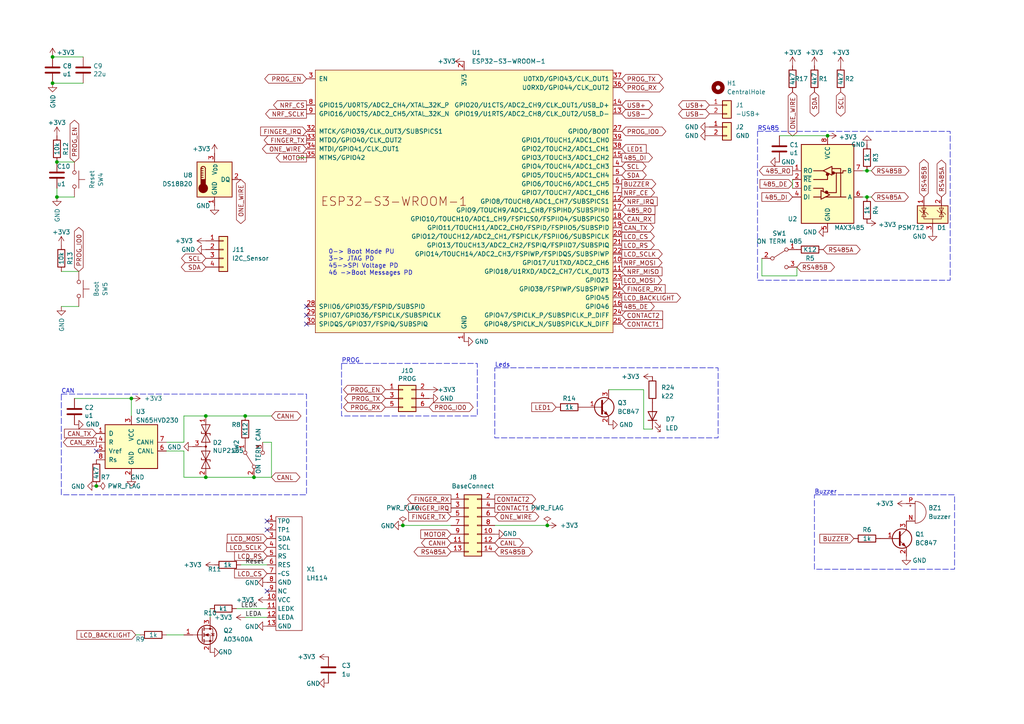
<source format=kicad_sch>
(kicad_sch (version 20230121) (generator eeschema)
  (paper "A4")
  (lib_symbols
    (symbol "Connector_Generic:Conn_01x02" (pin_names (offset 1.016) hide)
      (property "Reference" "J" (at 0 2.54 0))
      (property "Value" "Conn_01x02" (at 0 -5.08 0))
      (symbol "Conn_01x02_1_1"
        (pin passive line (at -5.08 0 0) (length 3.81) (name "Pin_1") (number "1"))
        (pin passive line (at -5.08 -2.54 0) (length 3.81) (name "Pin_2") (number "2"))
      )
    )
    (symbol "Connector_Generic:Conn_01x04" (pin_names (offset 1.016) hide)
      (property "Reference" "J" (at 0 5.08 0))
      (property "Value" "Conn_01x04" (at 0 -7.62 0))
      (symbol "Conn_01x04_1_1"
        (pin passive line (at -5.08 2.54 0) (length 3.81) (name "Pin_1") (number "1"))
        (pin passive line (at -5.08 0 0) (length 3.81) (name "Pin_2") (number "2"))
        (pin passive line (at -5.08 -2.54 0) (length 3.81) (name "Pin_3") (number "3"))
        (pin passive line (at -5.08 -5.08 0) (length 3.81) (name "Pin_4") (number "4"))
      )
    )
    (symbol "Connector_Generic:Conn_02x03_Odd_Even" (pin_names (offset 1.016) hide)
      (property "Reference" "J" (at 1.27 5.08 0))
      (property "Value" "Conn_02x03_Odd_Even" (at 1.27 -5.08 0))
      (symbol "Conn_02x03_Odd_Even_1_1"
        (pin passive line (at -5.08 2.54 0) (length 3.81) (name "Pin_1") (number "1"))
        (pin passive line (at 7.62 2.54 180) (length 3.81) (name "Pin_2") (number "2"))
        (pin passive line (at -5.08 0 0) (length 3.81) (name "Pin_3") (number "3"))
        (pin passive line (at 7.62 0 180) (length 3.81) (name "Pin_4") (number "4"))
        (pin passive line (at -5.08 -2.54 0) (length 3.81) (name "Pin_5") (number "5"))
        (pin passive line (at 7.62 -2.54 180) (length 3.81) (name "Pin_6") (number "6"))
      )
    )
    (symbol "Connector_Generic:Conn_02x07_Odd_Even" (pin_names (offset 1.016) hide)
      (property "Reference" "J" (at 1.27 10.16 0))
      (property "Value" "Conn_02x07_Odd_Even" (at 1.27 -10.16 0))
      (symbol "Conn_02x07_Odd_Even_1_1"
        (pin passive line (at -5.08 7.62 0) (length 3.81) (name "Pin_1") (number "1"))
        (pin passive line (at 7.62 -2.54 180) (length 3.81) (name "Pin_10") (number "10"))
        (pin passive line (at -5.08 -5.08 0) (length 3.81) (name "Pin_11") (number "11"))
        (pin passive line (at 7.62 -5.08 180) (length 3.81) (name "Pin_12") (number "12"))
        (pin passive line (at -5.08 -7.62 0) (length 3.81) (name "Pin_13") (number "13"))
        (pin passive line (at 7.62 -7.62 180) (length 3.81) (name "Pin_14") (number "14"))
        (pin passive line (at 7.62 7.62 180) (length 3.81) (name "Pin_2") (number "2"))
        (pin passive line (at -5.08 5.08 0) (length 3.81) (name "Pin_3") (number "3"))
        (pin passive line (at 7.62 5.08 180) (length 3.81) (name "Pin_4") (number "4"))
        (pin passive line (at -5.08 2.54 0) (length 3.81) (name "Pin_5") (number "5"))
        (pin passive line (at 7.62 2.54 180) (length 3.81) (name "Pin_6") (number "6"))
        (pin passive line (at -5.08 0 0) (length 3.81) (name "Pin_7") (number "7"))
        (pin passive line (at 7.62 0 180) (length 3.81) (name "Pin_8") (number "8"))
        (pin passive line (at -5.08 -2.54 0) (length 3.81) (name "Pin_9") (number "9"))
      )
    )
    (symbol "Device:C" (pin_numbers hide) (pin_names (offset 0.254))
      (property "Reference" "C" (at 0.635 2.54 0))
      (property "Value" "C" (at 0.635 -2.54 0))
      (symbol "C_1_1"
        (pin passive line (at 0 3.81 270) (length 2.794) (name "~") (number "1"))
        (pin passive line (at 0 -3.81 90) (length 2.794) (name "~") (number "2"))
      )
    )
    (symbol "Device:LED" (pin_numbers hide) (pin_names (offset 1.016) hide)
      (property "Reference" "D" (at 0 2.54 0))
      (property "Value" "LED" (at 0 -2.54 0))
      (symbol "LED_1_1"
        (pin passive line (at -3.81 0 0) (length 2.54) (name "K") (number "1"))
        (pin passive line (at 3.81 0 180) (length 2.54) (name "A") (number "2"))
      )
    )
    (symbol "Device:R" (pin_numbers hide) (pin_names (offset 0))
      (property "Reference" "R" (at 2.032 0 90))
      (property "Value" "R" (at 0 0 90))
      (symbol "R_1_1"
        (pin passive line (at 0 3.81 270) (length 1.27) (name "~") (number "1"))
        (pin passive line (at 0 -3.81 90) (length 1.27) (name "~") (number "2"))
      )
    )
    (symbol "Diode:SM712_SOT23" (pin_names (offset 1.016) hide)
      (property "Reference" "D" (at 0 4.445 0))
      (property "Value" "SM712_SOT23" (at 0 2.54 0))
      (symbol "SM712_SOT23_1_1"
        (pin passive line (at -8.89 0 0) (length 2.54) (name "A1") (number "1"))
        (pin passive line (at 8.89 0 180) (length 2.54) (name "A2") (number "2"))
        (pin input line (at 0 -3.81 90) (length 2.54) (name "common") (number "3"))
      )
    )
    (symbol "Espressif:ESP32-S3-WROOM-1" (pin_names (offset 1.016))
      (property "Reference" "U" (at -43.18 43.18 0))
      (property "Value" "ESP32-S3-WROOM-1" (at -43.18 40.64 0))
      (symbol "ESP32-S3-WROOM-1_0_0"
        (text "ESP32-S3-WROOM-1" (at -20.32 0 0) (effects (font (size 2.54 2.54))))
        (pin power_in line (at 0 -40.64 90) (length 2.54) (name "GND") (number "1"))
        (pin bidirectional line (at 45.72 -17.78 180) (length 2.54) (name "GPIO17/U1TXD/ADC2_CH6") (number "10"))
        (pin bidirectional line (at 45.72 -20.32 180) (length 2.54) (name "GPIO18/U1RXD/ADC2_CH7/CLK_OUT3") (number "11"))
        (pin bidirectional line (at 45.72 0 180) (length 2.54) (name "GPIO8/TOUCH8/ADC1_CH7/SUBSPICS1") (number "12"))
        (pin bidirectional line (at 45.72 25.4 180) (length 2.54) (name "GPIO19/U1RTS/ADC2_CH8/CLK_OUT2/USB_D-") (number "13"))
        (pin bidirectional line (at 45.72 27.94 180) (length 2.54) (name "GPIO20/U1CTS/ADC2_CH9/CLK_OUT1/USB_D+") (number "14"))
        (pin bidirectional line (at 45.72 12.7 180) (length 2.54) (name "GPIO3/TOUCH3/ADC1_CH2") (number "15"))
        (pin bidirectional line (at 45.72 -30.48 180) (length 2.54) (name "GPIO46") (number "16"))
        (pin bidirectional line (at 45.72 -2.54 180) (length 2.54) (name "GPIO9/TOUCH9/ADC1_CH8/FSPIHD/SUBSPIHD") (number "17"))
        (pin bidirectional line (at 45.72 -5.08 180) (length 2.54) (name "GPIO10/TOUCH10/ADC1_CH9/FSPICS0/FSPIIO4/SUBSPICS0") (number "18"))
        (pin bidirectional line (at 45.72 -7.62 180) (length 2.54) (name "GPIO11/TOUCH11/ADC2_CH0/FSPID/FSPIIO5/SUBSPID") (number "19"))
        (pin power_in line (at 0 40.64 270) (length 2.54) (name "3V3") (number "2"))
        (pin bidirectional line (at 45.72 -10.16 180) (length 2.54) (name "GPIO12/TOUCH12/ADC2_CH1/FSPICLK/FSPIIO6/SUBSPICLK") (number "20"))
        (pin bidirectional line (at 45.72 -12.7 180) (length 2.54) (name "GPIO13/TOUCH13/ADC2_CH2/FSPIQ/FSPIIO7/SUBSPIQ") (number "21"))
        (pin bidirectional line (at 45.72 -15.24 180) (length 2.54) (name "GPIO14/TOUCH14/ADC2_CH3/FSPIWP/FSPIDQS/SUBSPIWP") (number "22"))
        (pin bidirectional line (at 45.72 -22.86 180) (length 2.54) (name "GPIO21") (number "23"))
        (pin bidirectional line (at 45.72 -33.02 180) (length 2.54) (name "GPIO47/SPICLK_P/SUBSPICLK_P_DIFF") (number "24"))
        (pin bidirectional line (at 45.72 -35.56 180) (length 2.54) (name "GPIO48/SPICLK_N/SUBSPICLK_N_DIFF") (number "25"))
        (pin bidirectional line (at 45.72 -27.94 180) (length 2.54) (name "GPIO45") (number "26"))
        (pin bidirectional line (at 45.72 20.32 180) (length 2.54) (name "GPIO0/BOOT") (number "27"))
        (pin bidirectional line (at -45.72 -30.48 0) (length 2.54) (name "SPIIO6/GPIO35/FSPID/SUBSPID") (number "28"))
        (pin bidirectional line (at -45.72 -33.02 0) (length 2.54) (name "SPIIO7/GPIO36/FSPICLK/SUBSPICLK") (number "29"))
        (pin input line (at -45.72 35.56 0) (length 2.54) (name "EN") (number "3"))
        (pin bidirectional line (at -45.72 -35.56 0) (length 2.54) (name "SPIDQS/GPIO37/FSPIQ/SUBSPIQ") (number "30"))
        (pin bidirectional line (at 45.72 -25.4 180) (length 2.54) (name "GPIO38/FSPIWP/SUBSPIWP") (number "31"))
        (pin bidirectional line (at -45.72 20.32 0) (length 2.54) (name "MTCK/GPIO39/CLK_OUT3/SUBSPICS1") (number "32"))
        (pin bidirectional line (at -45.72 17.78 0) (length 2.54) (name "MTDO/GPIO40/CLK_OUT2") (number "33"))
        (pin bidirectional line (at -45.72 15.24 0) (length 2.54) (name "MTDI/GPIO41/CLK_OUT1") (number "34"))
        (pin bidirectional line (at -45.72 12.7 0) (length 2.54) (name "MTMS/GPIO42") (number "35"))
        (pin bidirectional line (at 45.72 33.02 180) (length 2.54) (name "U0RXD/GPIO44/CLK_OUT2") (number "36"))
        (pin bidirectional line (at 45.72 35.56 180) (length 2.54) (name "U0TXD/GPIO43/CLK_OUT1") (number "37"))
        (pin bidirectional line (at 45.72 15.24 180) (length 2.54) (name "GPIO2/TOUCH2/ADC1_CH1") (number "38"))
        (pin bidirectional line (at 45.72 17.78 180) (length 2.54) (name "GPIO1/TOUCH1/ADC1_CH0") (number "39"))
        (pin bidirectional line (at 45.72 10.16 180) (length 2.54) (name "GPIO4/TOUCH4/ADC1_CH3") (number "4"))
        (pin passive line (at 0 -40.64 90) (length 2.54) hide (name "GND") (number "40"))
        (pin passive line (at 0 -40.64 90) (length 2.54) hide (name "GND") (number "41"))
        (pin bidirectional line (at 45.72 7.62 180) (length 2.54) (name "GPIO5/TOUCH5/ADC1_CH4") (number "5"))
        (pin bidirectional line (at 45.72 5.08 180) (length 2.54) (name "GPIO6/TOUCH6/ADC1_CH5") (number "6"))
        (pin bidirectional line (at 45.72 2.54 180) (length 2.54) (name "GPIO7/TOUCH7/ADC1_CH6") (number "7"))
        (pin bidirectional line (at -45.72 27.94 0) (length 2.54) (name "GPIO15/U0RTS/ADC2_CH4/XTAL_32K_P") (number "8"))
        (pin bidirectional line (at -45.72 25.4 0) (length 2.54) (name "GPIO16/U0CTS/ADC2_CH5/XTAL_32K_N") (number "9"))
      )
    )
    (symbol "Interface_CAN_LIN:SN65HVD230" (pin_names (offset 1.016))
      (property "Reference" "U" (at -2.54 10.16 0))
      (property "Value" "SN65HVD230" (at -2.54 7.62 0))
      (symbol "SN65HVD230_1_1"
        (pin input line (at -10.16 2.54 0) (length 2.54) (name "D") (number "1"))
        (pin power_in line (at 0 -10.16 90) (length 2.54) (name "GND") (number "2"))
        (pin power_in line (at 0 7.62 270) (length 2.54) (name "VCC") (number "3"))
        (pin output line (at -10.16 0 0) (length 2.54) (name "R") (number "4"))
        (pin output line (at -10.16 -2.54 0) (length 2.54) (name "Vref") (number "5"))
        (pin bidirectional line (at 10.16 -2.54 180) (length 2.54) (name "CANL") (number "6"))
        (pin bidirectional line (at 10.16 0 180) (length 2.54) (name "CANH") (number "7"))
        (pin input line (at -10.16 -5.08 0) (length 2.54) (name "Rs") (number "8"))
      )
    )
    (symbol "Interface_UART:MAX3485"
      (property "Reference" "U" (at -6.096 11.43 0))
      (property "Value" "MAX3485" (at 0.762 11.43 0))
      (symbol "MAX3485_1_1"
        (pin output line (at -10.16 2.54 0) (length 2.54) (name "RO") (number "1"))
        (pin input line (at -10.16 0 0) (length 2.54) (name "~{RE}") (number "2"))
        (pin input line (at -10.16 -2.54 0) (length 2.54) (name "DE") (number "3"))
        (pin input line (at -10.16 -5.08 0) (length 2.54) (name "DI") (number "4"))
        (pin power_in line (at 0 -15.24 90) (length 2.54) (name "GND") (number "5"))
        (pin bidirectional line (at 10.16 -5.08 180) (length 2.54) (name "A") (number "6"))
        (pin bidirectional line (at 10.16 2.54 180) (length 2.54) (name "B") (number "7"))
        (pin power_in line (at 0 12.7 270) (length 2.54) (name "VCC") (number "8"))
      )
    )
    (symbol "Mechanical:MountingHole" (pin_names (offset 1.016))
      (property "Reference" "H" (at 0 5.08 0))
      (property "Value" "MountingHole" (at 0 3.175 0))
    )
    (symbol "PWR_FLAG_1" (power) (pin_numbers hide) (pin_names (offset 0) hide)
      (property "Value" "PWR_FLAG_1" (at 0 3.81 0))
      (symbol "PWR_FLAG_1_0_0"
        (pin power_out line (at 0 0 90) (length 0) (name "pwr") (number "1"))
      )
    )
    (symbol "Power_Protection:NUP2105L" (pin_names hide)
      (property "Reference" "D" (at 5.715 2.54 0))
      (property "Value" "NUP2105L" (at 5.715 0.635 0))
      (symbol "NUP2105L_0_0"
        (pin passive line (at 0 -5.08 90) (length 2.54) (name "A") (number "3"))
      )
      (symbol "NUP2105L_1_1"
        (pin passive line (at -2.54 5.08 270) (length 2.54) (name "K") (number "1"))
        (pin passive line (at 2.54 5.08 270) (length 2.54) (name "K") (number "2"))
      )
    )
    (symbol "RF:NRF24L01_Breakout" (pin_names (offset 1.016))
      (property "Reference" "U" (at -8.89 12.7 0))
      (property "Value" "NRF24L01_Breakout" (at 3.81 12.7 0))
      (symbol "NRF24L01_Breakout_1_1"
        (pin power_in line (at 0 -15.24 90) (length 3.81) (name "GND") (number "1"))
        (pin power_in line (at 0 15.24 270) (length 3.81) (name "VCC") (number "2"))
        (pin input line (at -12.7 -5.08 0) (length 3.81) (name "CE") (number "3"))
        (pin input line (at -12.7 0 0) (length 3.81) (name "~{CSN}") (number "4"))
        (pin input clock (at -12.7 2.54 0) (length 3.81) (name "SCK") (number "5"))
        (pin input line (at -12.7 7.62 0) (length 3.81) (name "MOSI") (number "6"))
        (pin output line (at -12.7 5.08 0) (length 3.81) (name "MISO") (number "7"))
        (pin output line (at -12.7 -7.62 0) (length 3.81) (name "IRQ") (number "8"))
      )
    )
    (symbol "Sensor_Temperature:DS18B20"
      (property "Reference" "U" (at -3.81 6.35 0))
      (property "Value" "DS18B20" (at 6.35 6.35 0))
      (symbol "DS18B20_1_1"
        (pin power_in line (at 0 -7.62 90) (length 2.54) (name "GND") (number "1"))
        (pin bidirectional line (at 7.62 0 180) (length 2.54) (name "DQ") (number "2"))
        (pin power_in line (at 0 7.62 270) (length 2.54) (name "V_{DD}") (number "3"))
      )
    )
    (symbol "Switch:SW_Push" (pin_numbers hide) (pin_names (offset 1.016) hide)
      (property "Reference" "SW" (at 1.27 2.54 0))
      (property "Value" "SW_Push" (at 0 -1.524 0))
      (symbol "SW_Push_0_1"
        (pin passive line (at -5.08 0 0) (length 2.54) (name "1") (number "1"))
        (pin passive line (at 5.08 0 180) (length 2.54) (name "2") (number "2"))
      )
    )
    (symbol "Switch:SW_SPDT" (pin_names (offset 0) hide)
      (property "Reference" "SW" (at 0 4.318 0))
      (property "Value" "SW_SPDT" (at 0 -5.08 0))
      (symbol "SW_SPDT_1_1"
        (pin passive line (at 5.08 2.54 180) (length 2.54) (name "A") (number "1"))
        (pin passive line (at -5.08 0 0) (length 2.54) (name "B") (number "2"))
        (pin passive line (at 5.08 -2.54 180) (length 2.54) (name "C") (number "3"))
      )
    )
    (symbol "Transistor_BJT:BC847" (pin_names (offset 0) hide)
      (property "Reference" "Q" (at 5.08 1.905 0))
      (property "Value" "BC847" (at 5.08 0 0))
      (symbol "BC847_1_1"
        (pin input line (at -5.08 0 0) (length 5.715) (name "B") (number "1"))
        (pin passive line (at 2.54 -5.08 90) (length 2.54) (name "E") (number "2"))
        (pin passive line (at 2.54 5.08 270) (length 2.54) (name "C") (number "3"))
      )
    )
    (symbol "Transistor_FET:AO3400A" (pin_names hide)
      (property "Reference" "Q" (at 5.08 1.905 0))
      (property "Value" "AO3400A" (at 5.08 0 0))
      (symbol "AO3400A_1_1"
        (pin input line (at -5.08 0 0) (length 2.54) (name "G") (number "1"))
        (pin passive line (at 2.54 -5.08 90) (length 2.54) (name "S") (number "2"))
        (pin passive line (at 2.54 5.08 270) (length 2.54) (name "D") (number "3"))
      )
    )
    (symbol "liebler_MECH:Buzzer" (pin_names (offset 0.0254) hide)
      (property "Reference" "BZ" (at 3.81 1.27 0))
      (property "Value" "Buzzer" (at 3.81 -1.27 0))
      (symbol "Buzzer_1_1"
        (pin passive line (at -2.54 -2.54 0) (length 2.54) (name "-") (number "N"))
        (pin passive line (at -2.54 2.54 0) (length 2.54) (name "+") (number "P"))
      )
    )
    (symbol "liebler_OPTO:FP096H01B"
      (property "Reference" "X" (at -1.27 20.32 0))
      (property "Value" "FP096H01B" (at -1.27 17.78 0))
      (symbol "FP096H01B_1_1"
        (pin input line (at -6.35 15.24 0) (length 2.54) (name "TP0") (number "1"))
        (pin power_in line (at -6.35 -7.62 0) (length 2.54) (name "VCC") (number "10"))
        (pin power_in line (at -6.35 -10.16 0) (length 2.54) (name "LEDK") (number "11"))
        (pin power_in line (at -6.35 -12.7 0) (length 2.54) (name "LEDA") (number "12"))
        (pin power_in line (at -6.35 -15.24 0) (length 2.54) (name "GND") (number "13"))
        (pin input line (at -6.35 12.7 0) (length 2.54) (name "TP1") (number "2"))
        (pin input line (at -6.35 10.16 0) (length 2.54) (name "SDA") (number "3"))
        (pin input line (at -6.35 7.62 0) (length 2.54) (name "SCL") (number "4"))
        (pin input line (at -6.35 5.08 0) (length 2.54) (name "RS") (number "5"))
        (pin input line (at -6.35 2.54 0) (length 2.54) (name "RES") (number "6"))
        (pin input line (at -6.35 0 0) (length 2.54) (name "~CS") (number "7"))
        (pin power_in line (at -6.35 -2.54 0) (length 2.54) (name "GND") (number "8"))
        (pin free line (at -6.35 -5.08 0) (length 2.54) (name "NC") (number "9"))
      )
    )
    (symbol "power:+3V3" (power) (pin_names (offset 0))
      (property "Value" "+3V3" (at 0 3.556 0))
      (symbol "+3V3_1_1"
        (pin power_in line (at 0 0 90) (length 0) hide (name "+3V3") (number "1"))
      )
    )
    (symbol "power:GND" (power) (pin_names (offset 0))
      (property "Value" "GND" (at 0 -3.81 0))
      (symbol "GND_1_1"
        (pin power_in line (at 0 0 270) (length 0) hide (name "GND") (number "1"))
      )
    )
    (symbol "power:PWR_FLAG" (power) (pin_numbers hide) (pin_names (offset 0) hide)
      (property "Value" "PWR_FLAG" (at 0 3.81 0))
      (symbol "PWR_FLAG_0_0"
        (pin power_out line (at 0 0 90) (length 0) (name "pwr") (number "1"))
      )
    )
  )
  (junction (at 15.24 24.13))
  (junction (at 38.1 115.57))
  (junction (at 16.51 46.99))
  (junction (at 158.75 152.4))
  (junction (at 16.51 57.15))
  (junction (at 27.94 140.97))
  (junction (at 251.46 49.53))
  (junction (at 59.69 120.65))
  (junction (at 116.84 152.4))
  (junction (at 251.46 57.15))
  (junction (at 240.03 39.37))
  (junction (at 71.12 120.65))
  (junction (at 66.04 -33.02))
  (junction (at 15.24 16.51))
  (junction (at 59.69 138.43))
  (junction (at 73.66 138.43))
  (no_connect (at 27.94 130.81))
  (no_connect (at 88.9 91.44))
  (no_connect (at 77.47 171.45))
  (no_connect (at 77.47 151.13))
  (no_connect (at 88.9 93.98))
  (no_connect (at 88.9 88.9))
  (no_connect (at 77.47 153.67))
  (wire (pts (xy 251.46 49.53) (xy 250.19 49.53)))
  (wire (pts (xy 252.73 49.53) (xy 251.46 49.53)))
  (wire (pts (xy 53.34 130.81) (xy 53.34 138.43)))
  (wire (pts (xy 78.74 128.27) (xy 78.74 138.43)))
  (wire (pts (xy 48.26 130.81) (xy 53.34 130.81)))
  (wire (pts (xy 143.51 152.4) (xy 158.75 152.4)))
  (wire (pts (xy 116.84 152.4) (xy 130.81 152.4)))
  (wire (pts (xy 16.51 57.15) (xy 16.51 54.61)))
  (wire (pts (xy 24.13 24.13) (xy 15.24 24.13)))
  (wire (pts (xy 186.69 124.46) (xy 189.23 124.46)))
  (wire (pts (xy 220.98 74.93) (xy 220.98 80.01)))
  (wire (pts (xy 220.98 80.01) (xy 231.14 80.01)))
  (wire (pts (xy 38.1 120.65) (xy 38.1 115.57)))
  (wire (pts (xy 73.66 138.43) (xy 78.74 138.43)))
  (wire (pts (xy 69.85 -31.75) (xy 69.85 -33.02)))
  (wire (pts (xy 17.78 78.74) (xy 22.86 78.74)))
  (wire (pts (xy 69.85 163.83) (xy 77.47 163.83)))
  (wire (pts (xy 53.34 128.27) (xy 48.26 128.27)))
  (wire (pts (xy 17.78 88.9) (xy 22.86 88.9)))
  (wire (pts (xy 53.34 138.43) (xy 59.69 138.43)))
  (wire (pts (xy 60.96 179.07) (xy 60.96 176.53)))
  (wire (pts (xy 76.2 128.27) (xy 78.74 128.27)))
  (wire (pts (xy 86.36 45.72) (xy 88.9 45.72)))
  (wire (pts (xy 240.03 39.37) (xy 226.06 39.37)))
  (wire (pts (xy 71.12 120.65) (xy 78.74 120.65)))
  (wire (pts (xy 186.69 113.03) (xy 186.69 124.46)))
  (wire (pts (xy 21.59 115.57) (xy 38.1 115.57)))
  (wire (pts (xy 53.34 120.65) (xy 53.34 128.27)))
  (wire (pts (xy 176.53 113.03) (xy 186.69 113.03)))
  (wire (pts (xy 252.73 57.15) (xy 251.46 57.15)))
  (wire (pts (xy 16.51 57.15) (xy 21.59 57.15)))
  (wire (pts (xy 24.13 16.51) (xy 15.24 16.51)))
  (wire (pts (xy 250.19 57.15) (xy 251.46 57.15)))
  (wire (pts (xy 59.69 120.65) (xy 71.12 120.65)))
  (wire (pts (xy 231.14 80.01) (xy 231.14 77.47)))
  (wire (pts (xy 59.69 138.43) (xy 73.66 138.43)))
  (wire (pts (xy 59.69 120.65) (xy 53.34 120.65)))
  (wire (pts (xy 66.04 -33.02) (xy 69.85 -33.02)))
  (wire (pts (xy 229.87 52.07) (xy 229.87 54.61)))
  (wire (pts (xy 78.74 -31.75) (xy 69.85 -31.75)))
  (wire (pts (xy 39.37 184.15) (xy 40.64 184.15)))
  (wire (pts (xy 48.26 184.15) (xy 53.34 184.15)))
  (wire (pts (xy 68.58 176.53) (xy 77.47 176.53)))
  (wire (pts (xy 71.12 179.07) (xy 77.47 179.07)))
  (wire (pts (xy 16.51 46.99) (xy 21.59 46.99)))
  (rectangle (start 219.71 38.1) (end 275.59 81.28) (stroke (width 0) (type dash)))
  (rectangle (start 17.78 114.3) (end 88.9 143.51) (stroke (width 0) (type dash)))
  (rectangle (start 99.06 105.41) (end 138.43 120.65) (stroke (width 0) (type dash)))
  (rectangle (start 236.22 143.51) (end 276.86 165.1) (stroke (width 0) (type dash)))
  (rectangle (start 143.51 106.68) (end 208.28 127) (stroke (width 0) (type dash)))
  (text "Leds" (at 143.51 106.68 0) (effects (font (size 1.27 1.27)) (justify left bottom)))
  (text "Buzzer" (at 236.22 143.51 0) (effects (font (size 1.27 1.27)) (justify left bottom)))
  (text "CAN" (at 17.78 114.3 0) (effects (font (size 1.27 1.27)) (justify left bottom)))
  (text "0-> Boot Mode PU\n3-> JTAG PD\n45->SPI Voltage PD\n46 ->Boot Messages PD" (at 95.25 80.01 0) (effects (font (size 1.27 1.27)) (justify left bottom)))
  (text "RS485" (at 219.71 38.1 0) (effects (font (size 1.27 1.27)) (justify left bottom)))
  (text "PROG" (at 99.06 105.41 0) (effects (font (size 1.27 1.27)) (justify left bottom)))
  (label "LEDA" (at 71.12 179.07 0))
  (label "Reset" (at 71.12 163.83 0))
  (label "LEDK" (at 69.85 176.53 0))
  (global_label "LCD_BACKLIGHT" (shape output) (at 180.34 86.36 0) (property "Intersheetrefs" "${INTERSHEET_REFS}" (effects hide)))
  (global_label "SCL" (shape bidirectional) (at 243.84 26.67 270) (property "Intersheetrefs" "${INTERSHEET_REFS}" (effects hide)))
  (global_label "SCL" (shape bidirectional) (at 59.69 74.93 180) (property "Intersheetrefs" "${INTERSHEET_REFS}" (effects hide)))
  (global_label "LCD_RS" (shape output) (at 180.34 71.12 0) (property "Intersheetrefs" "${INTERSHEET_REFS}" (effects hide)))
  (global_label "PROG_RX" (shape bidirectional) (at 180.34 25.4 0) (property "Intersheetrefs" "${INTERSHEET_REFS}" (effects hide)))
  (global_label "FINGER_TX" (shape input) (at 130.81 149.86 180) (property "Intersheetrefs" "${INTERSHEET_REFS}" (effects hide)))
  (global_label "CANH" (shape bidirectional) (at 78.74 120.65 0) (property "Intersheetrefs" "${INTERSHEET_REFS}" (effects hide)))
  (global_label "LCD_BACKLIGHT" (shape input) (at 39.37 184.15 180) (property "Intersheetrefs" "${INTERSHEET_REFS}" (effects hide)))
  (global_label "CAN_TX" (shape input) (at 27.94 125.73 180) (property "Intersheetrefs" "${INTERSHEET_REFS}" (effects hide)))
  (global_label "RS485B" (shape bidirectional) (at 143.51 160.02 0) (property "Intersheetrefs" "${INTERSHEET_REFS}" (effects hide)))
  (global_label "NRF_CS" (shape input) (at 53.34 -17.78 180) (property "Intersheetrefs" "${INTERSHEET_REFS}" (effects hide)))
  (global_label "LCD_SCLK" (shape input) (at 77.47 158.75 180) (property "Intersheetrefs" "${INTERSHEET_REFS}" (effects hide)))
  (global_label "LED1" (shape input) (at 161.29 118.11 180) (property "Intersheetrefs" "${INTERSHEET_REFS}" (effects hide)))
  (global_label "485_RO" (shape input) (at 180.34 60.96 0) (property "Intersheetrefs" "${INTERSHEET_REFS}" (effects hide)))
  (global_label "CAN_RX" (shape input) (at 180.34 63.5 0) (property "Intersheetrefs" "${INTERSHEET_REFS}" (effects hide)))
  (global_label "NRF_CE" (shape input) (at 53.34 -12.7 180) (property "Intersheetrefs" "${INTERSHEET_REFS}" (effects hide)))
  (global_label "NRF_IRQ" (shape output) (at 53.34 -10.16 180) (property "Intersheetrefs" "${INTERSHEET_REFS}" (effects hide)))
  (global_label "USB-" (shape bidirectional) (at 205.74 33.02 180) (property "Intersheetrefs" "${INTERSHEET_REFS}" (effects hide)))
  (global_label "RS485B" (shape bidirectional) (at 231.14 77.47 0) (property "Intersheetrefs" "${INTERSHEET_REFS}" (effects hide)))
  (global_label "SDA" (shape bidirectional) (at 180.34 50.8 0) (property "Intersheetrefs" "${INTERSHEET_REFS}" (effects hide)))
  (global_label "SCL" (shape bidirectional) (at 180.34 48.26 0) (property "Intersheetrefs" "${INTERSHEET_REFS}" (effects hide)))
  (global_label "PROG_TX" (shape bidirectional) (at 180.34 22.86 0) (property "Intersheetrefs" "${INTERSHEET_REFS}" (effects hide)))
  (global_label "USB+" (shape bidirectional) (at 180.34 30.48 0) (property "Intersheetrefs" "${INTERSHEET_REFS}" (effects hide)))
  (global_label "CONTACT1" (shape output) (at 143.51 147.32 0) (property "Intersheetrefs" "${INTERSHEET_REFS}" (effects hide)))
  (global_label "NRF_CS" (shape output) (at 88.9 30.48 180) (property "Intersheetrefs" "${INTERSHEET_REFS}" (effects hide)))
  (global_label "ONE_WIRE" (shape bidirectional) (at 143.51 149.86 0) (property "Intersheetrefs" "${INTERSHEET_REFS}" (effects hide)))
  (global_label "RS485B" (shape bidirectional) (at 252.73 49.53 0) (property "Intersheetrefs" "${INTERSHEET_REFS}" (effects hide)))
  (global_label "PROG_IO0" (shape bidirectional) (at 180.34 38.1 0) (property "Intersheetrefs" "${INTERSHEET_REFS}" (effects hide)))
  (global_label "NRF_SCLK" (shape output) (at 88.9 33.02 180) (property "Intersheetrefs" "${INTERSHEET_REFS}" (effects hide)))
  (global_label "485_RO" (shape output) (at 229.87 49.53 180) (property "Intersheetrefs" "${INTERSHEET_REFS}" (effects hide)))
  (global_label "NRF_MISO" (shape output) (at 53.34 -22.86 180) (property "Intersheetrefs" "${INTERSHEET_REFS}" (effects hide)))
  (global_label "BUZZER" (shape input) (at 247.65 156.21 180) (property "Intersheetrefs" "${INTERSHEET_REFS}" (effects hide)))
  (global_label "NRF_SCLK" (shape input) (at 53.34 -20.32 180) (property "Intersheetrefs" "${INTERSHEET_REFS}" (effects hide)))
  (global_label "CANL" (shape bidirectional) (at 143.51 157.48 0) (property "Intersheetrefs" "${INTERSHEET_REFS}" (effects hide)))
  (global_label "PROG_RX" (shape bidirectional) (at 111.76 118.11 180) (property "Intersheetrefs" "${INTERSHEET_REFS}" (effects hide)))
  (global_label "PROG_IO0" (shape bidirectional) (at 124.46 118.11 0) (property "Intersheetrefs" "${INTERSHEET_REFS}" (effects hide)))
  (global_label "ONE_WIRE" (shape bidirectional) (at 229.87 26.67 270) (property "Intersheetrefs" "${INTERSHEET_REFS}" (effects hide)))
  (global_label "ONE_WIRE" (shape bidirectional) (at 69.85 52.07 270) (property "Intersheetrefs" "${INTERSHEET_REFS}" (effects hide)))
  (global_label "CANL" (shape bidirectional) (at 78.74 138.43 0) (property "Intersheetrefs" "${INTERSHEET_REFS}" (effects hide)))
  (global_label "LCD_RS" (shape input) (at 77.47 161.29 180) (property "Intersheetrefs" "${INTERSHEET_REFS}" (effects hide)))
  (global_label "NRF_MOSI" (shape input) (at 53.34 -25.4 180) (property "Intersheetrefs" "${INTERSHEET_REFS}" (effects hide)))
  (global_label "LCD_CS" (shape input) (at 77.47 166.37 180) (property "Intersheetrefs" "${INTERSHEET_REFS}" (effects hide)))
  (global_label "CONTACT2" (shape output) (at 143.51 144.78 0) (property "Intersheetrefs" "${INTERSHEET_REFS}" (effects hide)))
  (global_label "FINGER_IRQ" (shape input) (at 88.9 38.1 180) (property "Intersheetrefs" "${INTERSHEET_REFS}" (effects hide)))
  (global_label "485_DI" (shape input) (at 229.87 57.15 180) (property "Intersheetrefs" "${INTERSHEET_REFS}" (effects hide)))
  (global_label "FINGER_TX" (shape output) (at 88.9 40.64 180) (property "Intersheetrefs" "${INTERSHEET_REFS}" (effects hide)))
  (global_label "SDA" (shape bidirectional) (at 59.69 77.47 180) (property "Intersheetrefs" "${INTERSHEET_REFS}" (effects hide)))
  (global_label "CAN_TX" (shape output) (at 180.34 66.04 0) (property "Intersheetrefs" "${INTERSHEET_REFS}" (effects hide)))
  (global_label "RS485A" (shape bidirectional) (at 252.73 57.15 0) (property "Intersheetrefs" "${INTERSHEET_REFS}" (effects hide)))
  (global_label "USB-" (shape bidirectional) (at 180.34 33.02 0) (property "Intersheetrefs" "${INTERSHEET_REFS}" (effects hide)))
  (global_label "NRF_IRQ" (shape input) (at 180.34 58.42 0) (property "Intersheetrefs" "${INTERSHEET_REFS}" (effects hide)))
  (global_label "RS485A" (shape bidirectional) (at 273.05 57.15 90) (property "Intersheetrefs" "${INTERSHEET_REFS}" (effects hide)))
  (global_label "CANH" (shape bidirectional) (at 130.81 157.48 180) (property "Intersheetrefs" "${INTERSHEET_REFS}" (effects hide)))
  (global_label "PROG_EN" (shape bidirectional) (at 21.59 46.99 90) (property "Intersheetrefs" "${INTERSHEET_REFS}" (effects hide)))
  (global_label "LCD_SCLK" (shape output) (at 180.34 73.66 0) (property "Intersheetrefs" "${INTERSHEET_REFS}" (effects hide)))
  (global_label "ONE_WIRE" (shape bidirectional) (at 88.9 43.18 180) (property "Intersheetrefs" "${INTERSHEET_REFS}" (effects hide)))
  (global_label "MOTOR" (shape input) (at 130.81 154.94 180) (property "Intersheetrefs" "${INTERSHEET_REFS}" (effects hide)))
  (global_label "NRF_CE" (shape output) (at 180.34 55.88 0) (property "Intersheetrefs" "${INTERSHEET_REFS}" (effects hide)))
  (global_label "USB+" (shape bidirectional) (at 205.74 30.48 180) (property "Intersheetrefs" "${INTERSHEET_REFS}" (effects hide)))
  (global_label "PROG_EN" (shape bidirectional) (at 88.9 22.86 180) (property "Intersheetrefs" "${INTERSHEET_REFS}" (effects hide)))
  (global_label "485_DI" (shape output) (at 180.34 45.72 0) (property "Intersheetrefs" "${INTERSHEET_REFS}" (effects hide)))
  (global_label "485_DE" (shape input) (at 229.87 53.34 180) (property "Intersheetrefs" "${INTERSHEET_REFS}" (effects hide)))
  (global_label "CONTACT2" (shape input) (at 180.34 91.44 0) (property "Intersheetrefs" "${INTERSHEET_REFS}" (effects hide)))
  (global_label "LCD_MOSI" (shape input) (at 77.47 156.21 180) (property "Intersheetrefs" "${INTERSHEET_REFS}" (effects hide)))
  (global_label "PROG_TX" (shape bidirectional) (at 111.76 115.57 180) (property "Intersheetrefs" "${INTERSHEET_REFS}" (effects hide)))
  (global_label "485_DE" (shape output) (at 180.34 88.9 0) (property "Intersheetrefs" "${INTERSHEET_REFS}" (effects hide)))
  (global_label "LCD_MOSI" (shape output) (at 180.34 81.28 0) (property "Intersheetrefs" "${INTERSHEET_REFS}" (effects hide)))
  (global_label "LED1" (shape input) (at 180.34 43.18 0) (property "Intersheetrefs" "${INTERSHEET_REFS}" (effects hide)))
  (global_label "PROG_IO0" (shape bidirectional) (at 22.86 78.74 90) (property "Intersheetrefs" "${INTERSHEET_REFS}" (effects hide)))
  (global_label "MOTOR" (shape output) (at 88.9 45.72 180) (property "Intersheetrefs" "${INTERSHEET_REFS}" (effects hide)))
  (global_label "NRF_MOSI" (shape output) (at 180.34 76.2 0) (property "Intersheetrefs" "${INTERSHEET_REFS}" (effects hide)))
  (global_label "NRF_MISO" (shape input) (at 180.34 78.74 0) (property "Intersheetrefs" "${INTERSHEET_REFS}" (effects hide)))
  (global_label "SDA" (shape bidirectional) (at 236.22 26.67 270) (property "Intersheetrefs" "${INTERSHEET_REFS}" (effects hide)))
  (global_label "FINGER_IRQ" (shape output) (at 130.81 147.32 180) (property "Intersheetrefs" "${INTERSHEET_REFS}" (effects hide)))
  (global_label "RS485B" (shape bidirectional) (at 267.97 57.15 90) (property "Intersheetrefs" "${INTERSHEET_REFS}" (effects hide)))
  (global_label "FINGER_RX" (shape output) (at 130.81 144.78 180) (property "Intersheetrefs" "${INTERSHEET_REFS}" (effects hide)))
  (global_label "CAN_RX" (shape output) (at 27.94 128.27 180) (property "Intersheetrefs" "${INTERSHEET_REFS}" (effects hide)))
  (global_label "RS485A" (shape bidirectional) (at 130.81 160.02 180) (property "Intersheetrefs" "${INTERSHEET_REFS}" (effects hide)))
  (global_label "FINGER_RX" (shape input) (at 180.34 83.82 0) (property "Intersheetrefs" "${INTERSHEET_REFS}" (effects hide)))
  (global_label "PROG_EN" (shape bidirectional) (at 111.76 113.03 180) (property "Intersheetrefs" "${INTERSHEET_REFS}" (effects hide)))
  (global_label "LCD_CS" (shape output) (at 180.34 68.58 0) (property "Intersheetrefs" "${INTERSHEET_REFS}" (effects hide)))
  (global_label "CONTACT1" (shape input) (at 180.34 93.98 0) (property "Intersheetrefs" "${INTERSHEET_REFS}" (effects hide)))
  (global_label "RS485A" (shape bidirectional) (at 238.76 72.39 0) (property "Intersheetrefs" "${INTERSHEET_REFS}" (effects hide)))
  (global_label "BUZZER" (shape output) (at 180.34 53.34 0) (property "Intersheetrefs" "${INTERSHEET_REFS}" (effects hide)))
  (symbol (lib_id "power:GND") (at 62.23 59.69 0) (unit 1)
    (property "Reference" "#PWR061" (effects hide))
    (property "Value" "GND" (at 60.96 59.69 0) (effects (justify right)))
  )
  (symbol (lib_id "power:+3V3") (at 229.87 19.05 0) (unit 1)
    (property "Reference" "#PWR050" (effects hide))
    (property "Value" "+3V3" (at 229.87 15.24 0))
  )
  (symbol (lib_id "power:GND") (at 60.96 189.23 90) (unit 1)
    (property "Reference" "#PWR027" (effects hide))
    (property "Value" "GND" (at 65.3542 189.103 90))
  )
  (symbol (lib_id "Device:R") (at 66.04 163.83 90) (unit 1)
    (property "Reference" "R11" (at 62.23 165.1 90))
    (property "Value" "1k" (at 66.04 163.83 90))
    (property "Footprint" "Resistor_SMD:R_0805_2012Metric_Pad1.20x1.40mm_HandSolder" (effects hide))
  )
  (symbol (lib_id "Device:R") (at 71.12 124.46 180) (unit 1)
    (property "Reference" "R8" (at 69.85 123.19 0) (effects (justify left)))
    (property "Value" "K12" (at 71.12 124.46 90))
    (property "Footprint" "Resistor_SMD:R_1206_3216Metric_Pad1.30x1.75mm_HandSolder" (effects hide))
  )
  (symbol (lib_id "Device:R") (at 165.1 118.11 270) (unit 1)
    (property "Reference" "R14" (at 165.1 115.57 90))
    (property "Value" "1k" (at 165.1 118.11 90))
    (property "Footprint" "Resistor_SMD:R_0805_2012Metric_Pad1.20x1.40mm_HandSolder" (effects hide))
  )
  (symbol (lib_id "power:GND") (at 205.74 39.37 270) (unit 1)
    (property "Reference" "#PWR038" (effects hide))
    (property "Value" "GND" (at 200.66 39.37 90))
  )
  (symbol (lib_id "liebler_MECH:Buzzer") (at 265.43 148.59 0) (unit 1)
    (property "Reference" "BZ1" (at 269.24 147.32 0) (effects (justify left)))
    (property "Value" "Buzzer" (at 269.24 149.86 0) (effects (justify left)))
    (property "Footprint" "liebler_MECH:XDCR_CMT-7525-80-SMT-TR_handsolder" (effects hide))
  )
  (symbol (lib_id "power:+3V3") (at 95.25 190.5 90) (unit 1)
    (property "Reference" "#PWR036" (effects hide))
    (property "Value" "+3V3" (at 88.9 190.5 90))
  )
  (symbol (lib_id "power:GND") (at 134.62 99.06 90) (unit 1)
    (property "Reference" "#PWR034" (effects hide))
    (property "Value" "GND" (at 139.7 99.06 90))
  )
  (symbol (lib_id "Connector_Generic:Conn_01x02") (at 210.82 30.48 0) (unit 1)
    (property "Reference" "J1" (at 213.36 30.48 0) (effects (justify left)))
    (property "Value" "-USB+" (at 213.36 33.02 0) (effects (justify left)))
    (property "Footprint" "Connector_PinHeader_2.00mm:PinHeader_1x02_P2.00mm_Vertical" (effects hide))
  )
  (symbol (lib_id "Mechanical:MountingHole") (at 208.28 25.4 0) (unit 1)
    (property "Reference" "H1" (at 210.82 24.13 0) (effects (justify left)))
    (property "Value" "CentralHole" (at 210.82 26.67 0) (effects (justify left)))
    (property "Footprint" "MountingHole:MountingHole_3.2mm_M3" (effects hide))
  )
  (symbol (lib_id "Switch:SW_Push") (at 22.86 83.82 270) (mirror x) (unit 1)
    (property "Reference" "SW5" (at 30.48 83.82 0))
    (property "Value" "Boot" (at 27.94 83.82 0))
    (property "Footprint" "liebler_MECH:SW_SPST_TL3342_smaller_handsolder" (effects hide))
  )
  (symbol (lib_id "Device:R") (at 44.45 184.15 90) (unit 1)
    (property "Reference" "R9" (at 40.64 185.42 90))
    (property "Value" "1k" (at 44.45 184.15 90))
    (property "Footprint" "Resistor_SMD:R_0805_2012Metric_Pad1.20x1.40mm_HandSolder" (effects hide))
  )
  (symbol (lib_id "power:GND") (at 38.1 138.43 0) (unit 1)
    (property "Reference" "#PWR017" (effects hide))
    (property "Value" "GND" (at 41.91 138.43 0) (effects (justify right)))
  )
  (symbol (lib_name "PWR_FLAG_1") (lib_id "power:PWR_FLAG") (at 116.84 152.4 0) (unit 1)
    (property "Reference" "#FLG02" (effects hide))
    (property "Value" "PWR_FLAG" (at 116.84 147.32 0))
  )
  (symbol (lib_name "PWR_FLAG_1") (lib_id "power:PWR_FLAG") (at 158.75 152.4 0) (unit 1)
    (property "Reference" "#FLG03" (effects hide))
    (property "Value" "PWR_FLAG" (at 158.75 147.32 0))
  )
  (symbol (lib_id "Device:C") (at 95.25 194.31 0) (unit 1)
    (property "Reference" "C3" (at 99.06 193.0399 0) (effects (justify left)))
    (property "Value" "1u" (at 99.06 195.5799 0) (effects (justify left)))
    (property "Footprint" "Capacitor_SMD:C_0805_2012Metric_Pad1.18x1.45mm_HandSolder" (effects hide))
  )
  (symbol (lib_id "power:GND") (at 205.74 36.83 270) (unit 1)
    (property "Reference" "#PWR039" (effects hide))
    (property "Value" "GND" (at 200.66 36.83 90))
  )
  (symbol (lib_id "power:GND") (at 17.78 88.9 0) (unit 1)
    (property "Reference" "#PWR029" (effects hide))
    (property "Value" "GND" (at 17.907 92.1512 90) (effects (justify right)))
  )
  (symbol (lib_id "power:+3V3") (at 66.04 -33.02 90) (unit 1)
    (property "Reference" "#PWR046" (effects hide))
    (property "Value" "+3V3" (at 60.96 -33.02 90))
  )
  (symbol (lib_id "Device:R") (at 236.22 22.86 180) (unit 1)
    (property "Reference" "R1" (at 238.76 22.86 0))
    (property "Value" "4k7" (at 236.22 22.86 90))
    (property "Footprint" "Resistor_SMD:R_0805_2012Metric_Pad1.20x1.40mm_HandSolder" (effects hide))
  )
  (symbol (lib_id "power:GND") (at 66.04 -2.54 90) (unit 1)
    (property "Reference" "#PWR047" (effects hide))
    (property "Value" "GND" (at 69.2912 -2.667 90) (effects (justify right)))
  )
  (symbol (lib_id "Device:C") (at 226.06 43.18 180) (unit 1)
    (property "Reference" "C1" (at 228.981 42.0116 0) (effects (justify right)))
    (property "Value" "u1" (at 228.981 44.323 0) (effects (justify right)))
    (property "Footprint" "Capacitor_SMD:C_0805_2012Metric_Pad1.18x1.45mm_HandSolder" (effects hide))
  )
  (symbol (lib_id "Connector_Generic:Conn_02x07_Odd_Even") (at 135.89 152.4 0) (unit 1)
    (property "Reference" "J8" (at 137.16 138.43 0))
    (property "Value" "BaseConnect" (at 137.16 140.97 0))
    (property "Footprint" "Connector_PinHeader_2.54mm:PinHeader_2x07_P2.54mm_Vertical" (effects hide))
  )
  (symbol (lib_id "Device:R") (at 17.78 74.93 180) (unit 1)
    (property "Reference" "R13" (at 20.32 74.93 90))
    (property "Value" "10k" (at 17.78 74.93 90))
    (property "Footprint" "Resistor_SMD:R_0805_2012Metric_Pad1.20x1.40mm_HandSolder" (effects hide))
  )
  (symbol (lib_id "power:+3V3") (at 124.46 113.03 270) (unit 1)
    (property "Reference" "#PWR048" (effects hide))
    (property "Value" "+3V3" (at 129.54 113.03 90))
  )
  (symbol (lib_id "Transistor_FET:AO3400A") (at 58.42 184.15 0) (unit 1) (in_bom no)
    (property "Reference" "Q2" (at 64.77 182.8799 0) (effects (justify left)))
    (property "Value" "AO3400A" (at 64.77 185.4199 0) (effects (justify left)))
    (property "Footprint" "liebler_SEMICONDUCTORS:SOT-23_Handsoldering" (effects hide))
    (property "Datasheet" "http://www.aosmd.com/pdfs/datasheet/AO3400A.pdf" (effects hide))
  )
  (symbol (lib_id "power:GND") (at 21.59 123.19 90) (unit 1)
    (property "Reference" "#PWR013" (effects hide))
    (property "Value" "GND" (at 24.8412 123.063 90) (effects (justify right)))
  )
  (symbol (lib_id "power:+3V3") (at 134.62 17.78 90) (unit 1)
    (property "Reference" "#PWR035" (effects hide))
    (property "Value" "+3V3" (at 129.54 17.78 90))
  )
  (symbol (lib_id "Device:C") (at 21.59 119.38 0) (unit 1)
    (property "Reference" "C2" (at 24.511 118.2116 0) (effects (justify left)))
    (property "Value" "u1" (at 24.511 120.523 0) (effects (justify left)))
    (property "Footprint" "Capacitor_SMD:C_0805_2012Metric_Pad1.18x1.45mm_HandSolder" (effects hide))
  )
  (symbol (lib_id "Switch:SW_SPDT") (at 226.06 74.93 0) (unit 1)
    (property "Reference" "SW1" (at 226.06 67.691 0))
    (property "Value" "ON TERM 485" (at 226.06 70.0024 0))
    (property "Footprint" "liebler_MECH:SW_SPDT_PCM12_handsolder" (effects hide))
  )
  (symbol (lib_id "power:+3V3") (at 240.03 39.37 270) (unit 1)
    (property "Reference" "#PWR06" (effects hide))
    (property "Value" "+3V3" (at 243.2812 39.751 90) (effects (justify left)))
  )
  (symbol (lib_id "Device:C") (at 16.51 50.8 0) (unit 1)
    (property "Reference" "C10" (at 16.51 48.26 0) (effects (justify left)))
    (property "Value" "u1" (at 16.51 53.34 0) (effects (justify left)))
    (property "Footprint" "Capacitor_SMD:C_0805_2012Metric_Pad1.18x1.45mm_HandSolder" (effects hide))
  )
  (symbol (lib_id "power:PWR_FLAG") (at 27.94 140.97 270) (unit 1)
    (property "Reference" "#FLG01" (effects hide))
    (property "Value" "PWR_FLAG" (at 31.1912 140.97 90) (effects (justify left)))
  )
  (symbol (lib_id "power:+3V3") (at 16.51 39.37 0) (unit 1)
    (property "Reference" "#PWR024" (effects hide))
    (property "Value" "+3V3" (at 16.51 35.56 0))
  )
  (symbol (lib_id "power:+3V3") (at 158.75 152.4 270) (unit 1)
    (property "Reference" "#PWR033" (effects hide))
    (property "Value" "+3V3" (at 165.1 152.4 90))
  )
  (symbol (lib_id "power:+3V3") (at 251.46 64.77 270) (unit 1)
    (property "Reference" "#PWR09" (effects hide))
    (property "Value" "+3V3" (at 254.7112 65.151 90) (effects (justify left)))
  )
  (symbol (lib_id "Connector_Generic:Conn_02x03_Odd_Even") (at 116.84 115.57 0) (unit 1)
    (property "Reference" "J10" (at 118.11 107.5182 0))
    (property "Value" "PROG" (at 118.11 109.8296 0))
    (property "Footprint" "liebler_CONN:IDC_2x03_P1.27mm_Vertical" (effects hide))
  )
  (symbol (lib_id "power:GND") (at 59.69 72.39 270) (unit 1)
    (property "Reference" "#PWR063" (effects hide))
    (property "Value" "GND" (at 54.61 72.39 90))
  )
  (symbol (lib_id "power:+3V3") (at 77.47 173.99 90) (unit 1)
    (property "Reference" "#PWR032" (effects hide))
    (property "Value" "+3V3" (at 71.12 173.99 90))
  )
  (symbol (lib_id "power:GND") (at 270.51 67.31 0) (unit 1)
    (property "Reference" "#PWR010" (effects hide))
    (property "Value" "GND" (at 266.7 68.58 0))
  )
  (symbol (lib_id "liebler_OPTO:FP096H01B") (at 83.82 166.37 0) (unit 1)
    (property "Reference" "X1" (at 88.9 165.0999 0) (effects (justify left)))
    (property "Value" "LH114" (at 88.9 167.6399 0) (effects (justify left)))
    (property "Footprint" "liebler_OPTO:FP-114 13pol top only" (effects hide))
  )
  (symbol (lib_id "Device:C") (at 15.24 20.32 0) (unit 1)
    (property "Reference" "C8" (at 18.161 19.1516 0) (effects (justify left)))
    (property "Value" "u1" (at 18.161 21.463 0) (effects (justify left)))
    (property "Footprint" "Capacitor_SMD:C_0805_2012Metric_Pad1.18x1.45mm_HandSolder" (effects hide))
  )
  (symbol (lib_id "Device:C") (at 78.74 -27.94 0) (unit 1)
    (property "Reference" "C4" (at 82.55 -29.2101 0) (effects (justify left)))
    (property "Value" "1u" (at 82.55 -26.6701 0) (effects (justify left)))
    (property "Footprint" "Capacitor_SMD:C_0805_2012Metric_Pad1.18x1.45mm_HandSolder" (effects hide))
  )
  (symbol (lib_id "power:GND") (at 143.51 154.94 90) (unit 1)
    (property "Reference" "#PWR020" (effects hide))
    (property "Value" "GND" (at 147.9042 154.813 90))
  )
  (symbol (lib_id "power:GND") (at 16.51 57.15 0) (unit 1)
    (property "Reference" "#PWR025" (effects hide))
    (property "Value" "GND" (at 16.637 60.4012 90) (effects (justify right)))
  )
  (symbol (lib_id "Transistor_BJT:BC847") (at 173.99 118.11 0) (unit 1)
    (property "Reference" "Q3" (at 179.07 116.84 0) (effects (justify left)))
    (property "Value" "BC847" (at 179.07 119.38 0) (effects (justify left)))
    (property "Footprint" "Package_TO_SOT_SMD:SOT-23_Handsoldering" (effects hide))
    (property "Datasheet" "http://www.infineon.com/dgdl/Infineon-BC847SERIES_BC848SERIES_BC849SERIES_BC850SERIES-DS-v01_01-en.pdf?fileId=db3a304314dca389011541d4630a1657" (effects hide))
  )
  (symbol (lib_id "power:GND") (at 251.46 41.91 180) (unit 1)
    (property "Reference" "#PWR08" (effects hide))
    (property "Value" "GND" (at 248.92 41.91 0))
  )
  (symbol (lib_id "power:GND") (at 15.24 24.13 0) (unit 1)
    (property "Reference" "#PWR023" (effects hide))
    (property "Value" "GND" (at 15.367 27.3812 90) (effects (justify right)))
  )
  (symbol (lib_id "Espressif:ESP32-S3-WROOM-1") (at 134.62 58.42 0) (unit 1)
    (property "Reference" "U1" (at 136.8141 15.24 0) (effects (justify left)))
    (property "Value" "ESP32-S3-WROOM-1" (at 136.8141 17.78 0) (effects (justify left)))
    (property "Footprint" "liebler_MODULES:ESP32-WROOM-32_HANDSOLDER" (effects hide))
    (property "Datasheet" "https://www.espressif.com/sites/default/files/documentation/esp32-s3-wroom-1_wroom-1u_datasheet_en.pdf" (effects hide))
  )
  (symbol (lib_id "power:GND") (at 124.46 115.57 90) (unit 1)
    (property "Reference" "#PWR049" (effects hide))
    (property "Value" "GND" (at 129.54 115.57 90))
  )
  (symbol (lib_id "power:+3V3") (at 243.84 19.05 0) (unit 1)
    (property "Reference" "#PWR02" (effects hide))
    (property "Value" "+3V3" (at 243.84 15.24 0))
  )
  (symbol (lib_id "Switch:SW_SPDT") (at 73.66 133.35 90) (unit 1)
    (property "Reference" "SW2" (at 68.58 129.54 0))
    (property "Value" "ON TERM CAN" (at 74.93 130.81 0))
    (property "Footprint" "liebler_MECH:SW_SPDT_PCM12_handsolder" (effects hide))
  )
  (symbol (lib_id "power:+3V3") (at 62.23 44.45 0) (unit 1)
    (property "Reference" "#PWR021" (effects hide))
    (property "Value" "+3V3" (at 58.42 43.18 0))
  )
  (symbol (lib_id "RF:NRF24L01_Breakout") (at 66.04 -17.78 0) (unit 1)
    (property "Reference" "U7" (at 76.2 -19.0501 0) (effects (justify left)))
    (property "Value" "NRF24L01_Breakout" (at 76.2 -16.5101 0) (effects (justify left)))
    (property "Footprint" "liebler_MODULES:nRF24L01_Breakout" (effects hide))
    (property "Datasheet" "http://www.nordicsemi.com/eng/content/download/2730/34105/file/nRF24L01_Product_Specification_v2_0.pdf" (effects hide))
  )
  (symbol (lib_id "power:+3V3") (at 71.12 179.07 90) (unit 1)
    (property "Reference" "#PWR030" (effects hide))
    (property "Value" "+3V3" (at 64.77 179.07 90))
  )
  (symbol (lib_id "Interface_CAN_LIN:SN65HVD230") (at 38.1 128.27 0) (unit 1)
    (property "Reference" "U3" (at 39.37 119.38 0) (effects (justify left)))
    (property "Value" "SN65HVD230" (at 39.37 121.92 0) (effects (justify left)))
    (property "Footprint" "liebler_SEMICONDUCTORS:SOIC-8_3.9x4.9mm_Pitch1.27mm_handsolder" (effects hide))
    (property "Datasheet" "http://www.ti.com/lit/ds/symlink/sn65hvd230.pdf" (effects hide))
  )
  (symbol (lib_id "power:GND") (at 226.06 46.99 270) (unit 1)
    (property "Reference" "#PWR05" (effects hide))
    (property "Value" "GND" (at 228.6 46.99 90))
  )
  (symbol (lib_id "Device:R") (at 251.46 45.72 180) (unit 1)
    (property "Reference" "R3" (at 254 45.72 90))
    (property "Value" "1k" (at 251.46 45.72 90))
    (property "Footprint" "Resistor_SMD:R_0805_2012Metric_Pad1.20x1.40mm_HandSolder" (effects hide))
  )
  (symbol (lib_id "power:GND") (at 77.47 168.91 270) (unit 1)
    (property "Reference" "#PWR031" (effects hide))
    (property "Value" "GND" (at 73.0758 169.037 90))
  )
  (symbol (lib_id "Transistor_BJT:BC847") (at 260.35 156.21 0) (unit 1)
    (property "Reference" "Q1" (at 265.43 154.94 0) (effects (justify left)))
    (property "Value" "BC847" (at 265.43 157.48 0) (effects (justify left)))
    (property "Footprint" "Package_TO_SOT_SMD:SOT-23_Handsoldering" (effects hide))
    (property "Datasheet" "http://www.infineon.com/dgdl/Infineon-BC847SERIES_BC848SERIES_BC849SERIES_BC850SERIES-DS-v01_01-en.pdf?fileId=db3a304314dca389011541d4630a1657" (effects hide))
  )
  (symbol (lib_id "power:GND") (at 176.53 123.19 90) (unit 1)
    (property "Reference" "#PWR037" (effects hide))
    (property "Value" "GND" (at 181.61 123.19 90))
  )
  (symbol (lib_id "power:GND") (at 262.89 161.29 0) (unit 1)
    (property "Reference" "#PWR012" (effects hide))
    (property "Value" "GND" (at 266.7 162.56 0))
  )
  (symbol (lib_id "Device:R") (at 64.77 176.53 90) (unit 1)
    (property "Reference" "R10" (at 60.96 177.8 90))
    (property "Value" "k1" (at 64.77 176.53 90))
    (property "Footprint" "Resistor_SMD:R_0805_2012Metric_Pad1.20x1.40mm_HandSolder" (effects hide))
  )
  (symbol (lib_id "Power_Protection:NUP2105L") (at 270.51 62.23 0) (unit 1)
    (property "Reference" "D1" (at 271.78 66.04 0) (effects (justify left)))
    (property "Value" "PSM712" (at 260.35 66.04 0) (effects (justify left)))
    (property "Footprint" "Package_TO_SOT_SMD:SOT-23_Handsoldering" (effects hide))
    (property "Datasheet" "http://www.onsemi.com/pub_link/Collateral/NUP2105L-D.PDF" (effects hide))
  )
  (symbol (lib_id "power:+3V3") (at 38.1 115.57 270) (unit 1)
    (property "Reference" "#PWR014" (effects hide))
    (property "Value" "+3V3" (at 44.45 115.57 90))
  )
  (symbol (lib_id "power:GND") (at 78.74 -24.13 90) (unit 1)
    (property "Reference" "#PWR018" (effects hide))
    (property "Value" "GND" (at 81.9912 -24.257 90) (effects (justify right)))
  )
  (symbol (lib_id "power:+3V3") (at 236.22 19.05 0) (unit 1)
    (property "Reference" "#PWR01" (effects hide))
    (property "Value" "+3V3" (at 236.22 15.24 0))
  )
  (symbol (lib_id "Device:R") (at 251.46 156.21 270) (unit 1)
    (property "Reference" "R6" (at 251.46 153.67 90))
    (property "Value" "1k" (at 251.46 156.21 90))
    (property "Footprint" "Resistor_SMD:R_0805_2012Metric_Pad1.20x1.40mm_HandSolder" (effects hide))
  )
  (symbol (lib_id "Diode:SM712_SOT23") (at 59.69 129.54 270) (unit 1)
    (property "Reference" "D2" (at 61.6966 128.3716 90) (effects (justify left)))
    (property "Value" "NUP2105" (at 61.6966 130.683 90) (effects (justify left)))
    (property "Footprint" "Package_TO_SOT_SMD:SOT-23_Handsoldering" (effects hide))
    (property "Datasheet" "https://www.littelfuse.com/~/media/electronics/datasheets/tvs_diode_arrays/littelfuse_tvs_diode_array_sm712_datasheet.pdf.pdf" (effects hide))
  )
  (symbol (lib_id "power:+3V3") (at 59.69 69.85 90) (unit 1)
    (property "Reference" "#PWR062" (effects hide))
    (property "Value" "+3V3" (at 53.34 69.85 90))
  )
  (symbol (lib_id "Device:R") (at 189.23 113.03 0) (unit 1)
    (property "Reference" "R24" (at 191.77 112.395 0) (effects (justify left)))
    (property "Value" "k22" (at 191.77 114.935 0) (effects (justify left)))
    (property "Footprint" "Resistor_SMD:R_1206_3216Metric_Pad1.30x1.75mm_HandSolder" (effects hide))
  )
  (symbol (lib_id "Device:R") (at 229.87 22.86 180) (unit 1)
    (property "Reference" "R17" (at 232.41 22.86 0))
    (property "Value" "4k7" (at 229.87 22.86 90))
    (property "Footprint" "Resistor_SMD:R_0805_2012Metric_Pad1.20x1.40mm_HandSolder" (effects hide))
  )
  (symbol (lib_id "power:GND") (at 77.47 181.61 270) (unit 1)
    (property "Reference" "#PWR026" (effects hide))
    (property "Value" "GND" (at 73.0758 181.737 90))
  )
  (symbol (lib_id "power:GND") (at 95.25 198.12 270) (unit 1)
    (property "Reference" "#PWR03" (effects hide))
    (property "Value" "GND" (at 90.8558 198.247 90))
  )
  (symbol (lib_id "power:GND") (at 27.94 140.97 270) (unit 1)
    (property "Reference" "#PWR016" (effects hide))
    (property "Value" "GND" (at 24.6888 141.097 90) (effects (justify right)))
  )
  (symbol (lib_id "Connector_Generic:Conn_01x02") (at 210.82 36.83 0) (unit 1)
    (property "Reference" "J2" (at 213.36 36.83 0) (effects (justify left)))
    (property "Value" "GND" (at 213.36 39.37 0) (effects (justify left)))
    (property "Footprint" "Connector_PinHeader_2.00mm:PinHeader_1x02_P2.00mm_Vertical" (effects hide))
  )
  (symbol (lib_id "power:GND") (at 55.88 129.54 270) (unit 1)
    (property "Reference" "#PWR019" (effects hide))
    (property "Value" "GND" (at 52.6288 129.667 90) (effects (justify right)))
  )
  (symbol (lib_id "Device:R") (at 243.84 22.86 180) (unit 1)
    (property "Reference" "R2" (at 246.38 22.86 0))
    (property "Value" "4k7" (at 243.84 22.86 90))
    (property "Footprint" "Resistor_SMD:R_0805_2012Metric_Pad1.20x1.40mm_HandSolder" (effects hide))
  )
  (symbol (lib_id "Device:R") (at 234.95 72.39 90) (unit 1)
    (property "Reference" "R5" (at 234.95 74.93 90))
    (property "Value" "K12" (at 234.95 72.39 90))
    (property "Footprint" "Resistor_SMD:R_1206_3216Metric_Pad1.30x1.75mm_HandSolder" (effects hide))
  )
  (symbol (lib_id "Sensor_Temperature:DS18B20") (at 62.23 52.07 0) (unit 1)
    (property "Reference" "U8" (at 55.88 50.8 0) (effects (justify right)))
    (property "Value" "DS18B20" (at 55.88 53.34 0) (effects (justify right)))
    (property "Footprint" "Package_TO_SOT_THT:TO-92_HandSolder" (effects hide))
    (property "Datasheet" "http://datasheets.maximintegrated.com/en/ds/DS18B20.pdf" (effects hide))
  )
  (symbol (lib_id "power:+3V3") (at 262.89 146.05 90) (unit 1)
    (property "Reference" "#PWR011" (effects hide))
    (property "Value" "+3V3" (at 256.54 146.05 90))
  )
  (symbol (lib_id "power:+3V3") (at 17.78 71.12 0) (unit 1)
    (property "Reference" "#PWR028" (effects hide))
    (property "Value" "+3V3" (at 17.78 67.31 0))
  )
  (symbol (lib_id "power:GND") (at 240.03 67.31 270) (unit 1)
    (property "Reference" "#PWR07" (effects hide))
    (property "Value" "GND" (at 234.95 67.31 90))
  )
  (symbol (lib_id "Device:R") (at 27.94 137.16 0) (unit 1)
    (property "Reference" "R7" (at 29.21 138.43 0) (effects (justify left)))
    (property "Value" "4k7" (at 27.94 137.16 90))
    (property "Footprint" "Resistor_SMD:R_0805_2012Metric_Pad1.20x1.40mm_HandSolder" (effects hide))
  )
  (symbol (lib_id "Device:C") (at 24.13 20.32 0) (unit 1)
    (property "Reference" "C9" (at 27.051 19.1516 0) (effects (justify left)))
    (property "Value" "22u" (at 27.051 21.463 0) (effects (justify left)))
    (property "Footprint" "Capacitor_SMD:C_0805_2012Metric_Pad1.18x1.45mm_HandSolder" (effects hide))
  )
  (symbol (lib_id "power:GND") (at 116.84 152.4 270) (unit 1)
    (property "Reference" "#PWR015" (effects hide))
    (property "Value" "GND" (at 112.4458 152.527 90))
  )
  (symbol (lib_id "Device:R") (at 251.46 60.96 180) (unit 1)
    (property "Reference" "R4" (at 254 60.96 90))
    (property "Value" "1k" (at 251.46 60.96 90))
    (property "Footprint" "Resistor_SMD:R_0805_2012Metric_Pad1.20x1.40mm_HandSolder" (effects hide))
  )
  (symbol (lib_id "power:+3V3") (at 15.24 16.51 0) (unit 1)
    (property "Reference" "#PWR022" (effects hide))
    (property "Value" "+3V3" (at 19.05 15.24 0))
  )
  (symbol (lib_id "Device:R") (at 16.51 43.18 180) (unit 1)
    (property "Reference" "R12" (at 19.05 43.18 90))
    (property "Value" "10k" (at 16.51 43.18 90))
    (property "Footprint" "Resistor_SMD:R_0805_2012Metric_Pad1.20x1.40mm_HandSolder" (effects hide))
  )
  (symbol (lib_id "Switch:SW_Push") (at 21.59 52.07 270) (mirror x) (unit 1)
    (property "Reference" "SW4" (at 29.21 52.07 0))
    (property "Value" "Reset" (at 26.67 52.07 0))
    (property "Footprint" "liebler_MECH:SW_SPST_TL3342_smaller_handsolder" (effects hide))
  )
  (symbol (lib_id "power:+3V3") (at 62.23 163.83 90) (unit 1)
    (property "Reference" "#PWR04" (effects hide))
    (property "Value" "+3V3" (at 55.88 163.83 90))
  )
  (symbol (lib_id "Device:LED") (at 189.23 120.65 90) (unit 1)
    (property "Reference" "D7" (at 193.04 121.6025 90) (effects (justify right)))
    (property "Value" "LED" (at 193.04 124.1425 90) (effects (justify right)))
    (property "Footprint" "liebler_OPTO:LED_PLCC_2835_Handsoldering" (effects hide))
  )
  (symbol (lib_id "Connector_Generic:Conn_01x04") (at 64.77 72.39 0) (unit 1)
    (property "Reference" "J11" (at 67.31 72.39 0) (effects (justify left)))
    (property "Value" "I2C_Sensor" (at 67.31 74.93 0) (effects (justify left)))
    (property "Footprint" "Connector_PinHeader_2.54mm:PinHeader_1x04_P2.54mm_Vertical" (effects hide))
  )
  (symbol (lib_id "Interface_UART:MAX3485") (at 240.03 52.07 0) (unit 1)
    (property "Reference" "U2" (at 229.87 63.5 0))
    (property "Value" "MAX3485" (at 246.38 66.04 0))
    (property "Footprint" "liebler_SEMICONDUCTORS:SOIC-8_3.9x4.9mm_Pitch1.27mm_handsolder" (effects hide))
    (property "Datasheet" "https://datasheets.maximintegrated.com/en/ds/MAX3483-MAX3491.pdf" (effects hide))
  )
  (symbol (lib_id "power:+3V3") (at 189.23 109.22 90) (unit 1)
    (property "Reference" "#PWR060" (effects hide))
    (property "Value" "+3V3" (at 182.88 109.22 90))
  )
)
</source>
